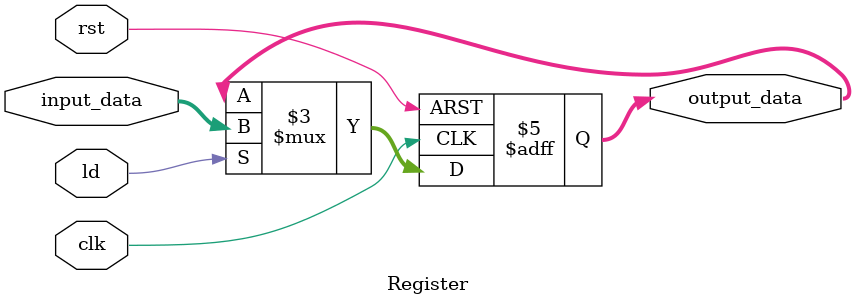
<source format=v>
`timescale 1ns/1ns
module Register (
    clk,
    rst,
    ld,
    input_data,

    output_data,
);
    parameter size = 3;

    input clk, rst;
    input ld;
    input [size-1:0] input_data;

    output reg [size-1:0] output_data;

    always @(posedge clk, posedge rst) begin
        if(rst) begin
            output_data = {size{1'b0}};
        end

        else if (ld) begin
            output_data = input_data;
        end
        
    end

endmodule
</source>
